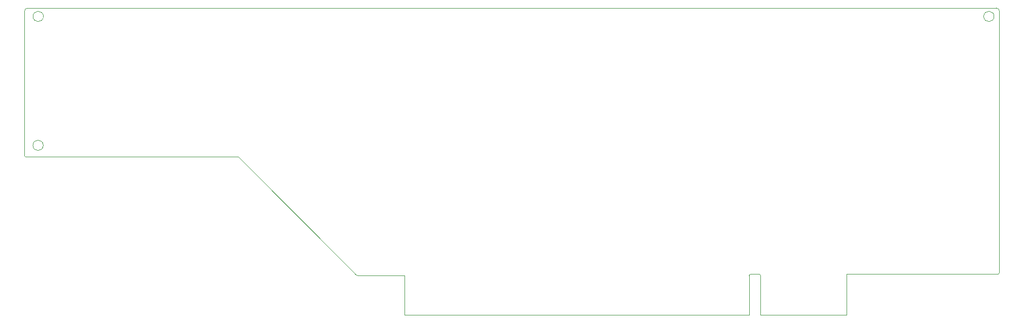
<source format=gm1>
G04 #@! TF.GenerationSoftware,KiCad,Pcbnew,(5.1.6)-1*
G04 #@! TF.CreationDate,2021-02-05T21:35:54+00:00*
G04 #@! TF.ProjectId,ibmps1,69626d70-7331-42e6-9b69-6361645f7063,rev?*
G04 #@! TF.SameCoordinates,Original*
G04 #@! TF.FileFunction,Profile,NP*
%FSLAX46Y46*%
G04 Gerber Fmt 4.6, Leading zero omitted, Abs format (unit mm)*
G04 Created by KiCad (PCBNEW (5.1.6)-1) date 2021-02-05 21:35:54*
%MOMM*%
%LPD*%
G01*
G04 APERTURE LIST*
G04 #@! TA.AperFunction,Profile*
%ADD10C,0.050000*%
G04 #@! TD*
G04 APERTURE END LIST*
D10*
X181864000Y-47625000D02*
G75*
G03*
X181864000Y-47625000I-863693J0D01*
G01*
X23063386Y-69215000D02*
G75*
G03*
X23063386Y-69215000I-863693J0D01*
G01*
X23088693Y-47625000D02*
G75*
G03*
X23088693Y-47625000I-863693J0D01*
G01*
X140970000Y-91059000D02*
G75*
G02*
X141224000Y-90805000I254000J0D01*
G01*
X142621000Y-90805000D02*
G75*
G02*
X142875000Y-91059000I0J-254000D01*
G01*
X141224000Y-90805000D02*
X142621000Y-90805000D01*
X75692000Y-91059000D02*
G75*
G02*
X75184000Y-90805000I0J635000D01*
G01*
X75692000Y-91059000D02*
X83439000Y-91059000D01*
X182245000Y-46212366D02*
G75*
G02*
X182753000Y-46720366I0J-508000D01*
G01*
X182753000Y-90551000D02*
G75*
G02*
X182499000Y-90805000I-254000J0D01*
G01*
X20066000Y-71120000D02*
G75*
G02*
X19939000Y-70993000I0J127000D01*
G01*
X19939000Y-46736000D02*
G75*
G02*
X20447000Y-46228000I508000J0D01*
G01*
X142875000Y-91059000D02*
X142875000Y-97663000D01*
X83439000Y-97663000D02*
X140970000Y-97663000D01*
X140970000Y-97663000D02*
X140970000Y-91059000D01*
X83439000Y-91059000D02*
X83439000Y-97663000D01*
X157226000Y-90805000D02*
X157226000Y-97663000D01*
X182499000Y-90805000D02*
X157226000Y-90805000D01*
X182753000Y-46720366D02*
X182753000Y-90551000D01*
X20447000Y-46228000D02*
X182245000Y-46212366D01*
X19939000Y-46736000D02*
X19939000Y-70993000D01*
X20066000Y-71120000D02*
X55626000Y-71120000D01*
X55626000Y-71120000D02*
X75184000Y-90805000D01*
X142875000Y-97663000D02*
X157226000Y-97663000D01*
M02*

</source>
